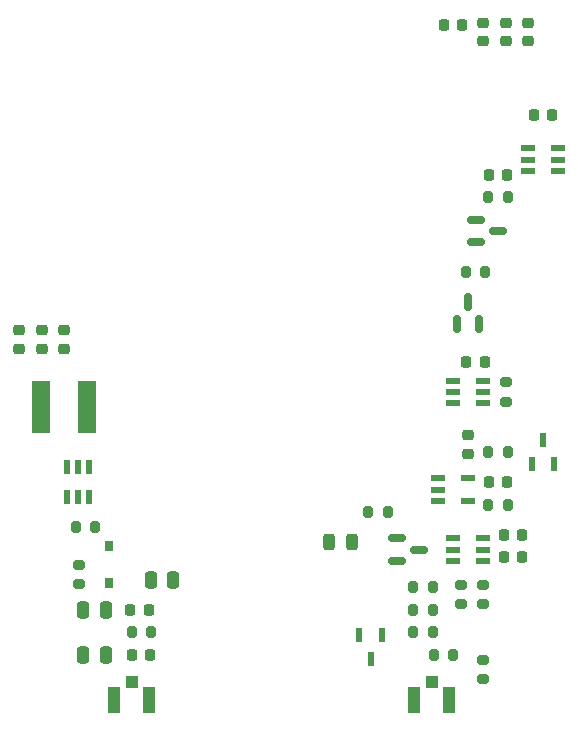
<source format=gbr>
%TF.GenerationSoftware,KiCad,Pcbnew,7.0.2-27-g7a50654f3b*%
%TF.CreationDate,2023-07-25T18:12:13-07:00*%
%TF.ProjectId,open_gamma_low_noise_v2,6f70656e-5f67-4616-9d6d-615f6c6f775f,rev?*%
%TF.SameCoordinates,Original*%
%TF.FileFunction,Paste,Top*%
%TF.FilePolarity,Positive*%
%FSLAX46Y46*%
G04 Gerber Fmt 4.6, Leading zero omitted, Abs format (unit mm)*
G04 Created by KiCad (PCBNEW 7.0.2-27-g7a50654f3b) date 2023-07-25 18:12:13*
%MOMM*%
%LPD*%
G01*
G04 APERTURE LIST*
G04 Aperture macros list*
%AMRoundRect*
0 Rectangle with rounded corners*
0 $1 Rounding radius*
0 $2 $3 $4 $5 $6 $7 $8 $9 X,Y pos of 4 corners*
0 Add a 4 corners polygon primitive as box body*
4,1,4,$2,$3,$4,$5,$6,$7,$8,$9,$2,$3,0*
0 Add four circle primitives for the rounded corners*
1,1,$1+$1,$2,$3*
1,1,$1+$1,$4,$5*
1,1,$1+$1,$6,$7*
1,1,$1+$1,$8,$9*
0 Add four rect primitives between the rounded corners*
20,1,$1+$1,$2,$3,$4,$5,0*
20,1,$1+$1,$4,$5,$6,$7,0*
20,1,$1+$1,$6,$7,$8,$9,0*
20,1,$1+$1,$8,$9,$2,$3,0*%
G04 Aperture macros list end*
%ADD10RoundRect,0.150000X0.150000X-0.587500X0.150000X0.587500X-0.150000X0.587500X-0.150000X-0.587500X0*%
%ADD11R,0.760000X0.820000*%
%ADD12R,1.200000X0.600000*%
%ADD13RoundRect,0.200000X0.200000X0.275000X-0.200000X0.275000X-0.200000X-0.275000X0.200000X-0.275000X0*%
%ADD14RoundRect,0.200000X-0.200000X-0.275000X0.200000X-0.275000X0.200000X0.275000X-0.200000X0.275000X0*%
%ADD15RoundRect,0.225000X0.225000X0.250000X-0.225000X0.250000X-0.225000X-0.250000X0.225000X-0.250000X0*%
%ADD16R,1.550000X4.500000*%
%ADD17RoundRect,0.225000X-0.225000X-0.250000X0.225000X-0.250000X0.225000X0.250000X-0.225000X0.250000X0*%
%ADD18RoundRect,0.200000X0.275000X-0.200000X0.275000X0.200000X-0.275000X0.200000X-0.275000X-0.200000X0*%
%ADD19RoundRect,0.225000X-0.250000X0.225000X-0.250000X-0.225000X0.250000X-0.225000X0.250000X0.225000X0*%
%ADD20RoundRect,0.150000X-0.587500X-0.150000X0.587500X-0.150000X0.587500X0.150000X-0.587500X0.150000X0*%
%ADD21RoundRect,0.243750X-0.243750X-0.456250X0.243750X-0.456250X0.243750X0.456250X-0.243750X0.456250X0*%
%ADD22RoundRect,0.200000X-0.275000X0.200000X-0.275000X-0.200000X0.275000X-0.200000X0.275000X0.200000X0*%
%ADD23RoundRect,0.218750X0.256250X-0.218750X0.256250X0.218750X-0.256250X0.218750X-0.256250X-0.218750X0*%
%ADD24RoundRect,0.218750X-0.218750X-0.256250X0.218750X-0.256250X0.218750X0.256250X-0.218750X0.256250X0*%
%ADD25RoundRect,0.225000X0.250000X-0.225000X0.250000X0.225000X-0.250000X0.225000X-0.250000X-0.225000X0*%
%ADD26RoundRect,0.218750X0.218750X0.256250X-0.218750X0.256250X-0.218750X-0.256250X0.218750X-0.256250X0*%
%ADD27R,0.600000X1.250000*%
%ADD28RoundRect,0.250000X-0.250000X-0.475000X0.250000X-0.475000X0.250000X0.475000X-0.250000X0.475000X0*%
%ADD29R,0.600000X1.200000*%
%ADD30R,0.990600X1.041400*%
%ADD31R,1.041400X2.209800*%
%ADD32RoundRect,0.250000X0.250000X0.475000X-0.250000X0.475000X-0.250000X-0.475000X0.250000X-0.475000X0*%
G04 APERTURE END LIST*
D10*
%TO.C,D2*%
X187645000Y-82520000D03*
X189545000Y-82520000D03*
X188595000Y-80645000D03*
%TD*%
D11*
%TO.C,D1*%
X158230000Y-104470000D03*
X158230000Y-101270000D03*
%TD*%
D12*
%TO.C,U4*%
X193695000Y-67630000D03*
X193695000Y-68580000D03*
X193695000Y-69530000D03*
X196195000Y-69530000D03*
X196195000Y-68580000D03*
X196195000Y-67630000D03*
%TD*%
D13*
%TO.C,R1*%
X191960000Y-71755000D03*
X190310000Y-71755000D03*
%TD*%
D14*
%TO.C,R17*%
X183960000Y-108585000D03*
X185610000Y-108585000D03*
%TD*%
D15*
%TO.C,C4*%
X195720000Y-64770000D03*
X194170000Y-64770000D03*
%TD*%
D16*
%TO.C,L1*%
X156325000Y-89535000D03*
X152475000Y-89535000D03*
%TD*%
D14*
%TO.C,R6*%
X183960000Y-104775000D03*
X185610000Y-104775000D03*
%TD*%
D17*
%TO.C,C3*%
X191630000Y-100330000D03*
X193180000Y-100330000D03*
%TD*%
%TO.C,C6*%
X191630000Y-102235000D03*
X193180000Y-102235000D03*
%TD*%
D14*
%TO.C,R14*%
X190310000Y-97790000D03*
X191960000Y-97790000D03*
%TD*%
D15*
%TO.C,C8*%
X191910000Y-69850000D03*
X190360000Y-69850000D03*
%TD*%
D14*
%TO.C,R15*%
X183960000Y-106680000D03*
X185610000Y-106680000D03*
%TD*%
D17*
%TO.C,C2*%
X160135000Y-110490000D03*
X161685000Y-110490000D03*
%TD*%
D18*
%TO.C,R9*%
X155690000Y-104520000D03*
X155690000Y-102870000D03*
%TD*%
D19*
%TO.C,C14*%
X189865000Y-57010000D03*
X189865000Y-58560000D03*
%TD*%
D12*
%TO.C,U8*%
X187345000Y-100650000D03*
X187345000Y-101600000D03*
X187345000Y-102550000D03*
X189845000Y-102550000D03*
X189845000Y-101600000D03*
X189845000Y-100650000D03*
%TD*%
D20*
%TO.C,D3*%
X182577500Y-100650000D03*
X182577500Y-102550000D03*
X184452500Y-101600000D03*
%TD*%
D21*
%TO.C,ACT1*%
X176862500Y-100965000D03*
X178737500Y-100965000D03*
%TD*%
D22*
%TO.C,R11*%
X189865000Y-104585000D03*
X189865000Y-106235000D03*
%TD*%
D17*
%TO.C,C7*%
X190360000Y-95885000D03*
X191910000Y-95885000D03*
%TD*%
D23*
%TO.C,L2*%
X152515000Y-84607500D03*
X152515000Y-83032500D03*
%TD*%
D20*
%TO.C,Q1*%
X189230000Y-73665000D03*
X189230000Y-75565000D03*
X191105000Y-74615000D03*
%TD*%
D15*
%TO.C,C10*%
X190005000Y-85725000D03*
X188455000Y-85725000D03*
%TD*%
D14*
%TO.C,R12*%
X190310000Y-93345000D03*
X191960000Y-93345000D03*
%TD*%
D24*
%TO.C,L3*%
X186537500Y-57150000D03*
X188112500Y-57150000D03*
%TD*%
D25*
%TO.C,C9*%
X188595000Y-93485000D03*
X188595000Y-91935000D03*
%TD*%
D26*
%TO.C,L4*%
X161557500Y-106680000D03*
X159982500Y-106680000D03*
%TD*%
D19*
%TO.C,C11*%
X191770000Y-57010000D03*
X191770000Y-58560000D03*
%TD*%
D27*
%TO.C,U6*%
X193995000Y-94395000D03*
X195895000Y-94395000D03*
X194945000Y-92295000D03*
%TD*%
D28*
%TO.C,C5*%
X161725000Y-104140000D03*
X163625000Y-104140000D03*
%TD*%
D29*
%TO.C,U5*%
X154625000Y-97135000D03*
X155575000Y-97135000D03*
X156525000Y-97135000D03*
X156525000Y-94635000D03*
X155575000Y-94635000D03*
X154625000Y-94635000D03*
%TD*%
D22*
%TO.C,R10*%
X191770000Y-87440000D03*
X191770000Y-89090000D03*
%TD*%
D13*
%TO.C,R13*%
X157035000Y-99695000D03*
X155385000Y-99695000D03*
%TD*%
D30*
%TO.C,J1*%
X160135000Y-112779200D03*
D31*
X161614300Y-114300000D03*
X158655700Y-114300000D03*
%TD*%
D18*
%TO.C,R16*%
X189865000Y-112585000D03*
X189865000Y-110935000D03*
%TD*%
D13*
%TO.C,R19*%
X161785000Y-108585000D03*
X160135000Y-108585000D03*
%TD*%
D14*
%TO.C,R3*%
X188405000Y-78105000D03*
X190055000Y-78105000D03*
%TD*%
D13*
%TO.C,R5*%
X181800000Y-98425000D03*
X180150000Y-98425000D03*
%TD*%
D19*
%TO.C,C13*%
X154420000Y-83045000D03*
X154420000Y-84595000D03*
%TD*%
D32*
%TO.C,C1*%
X157910000Y-110490000D03*
X156010000Y-110490000D03*
%TD*%
D25*
%TO.C,C15*%
X150610000Y-84595000D03*
X150610000Y-83045000D03*
%TD*%
D18*
%TO.C,R7*%
X187960000Y-106235000D03*
X187960000Y-104585000D03*
%TD*%
D12*
%TO.C,U1*%
X186075000Y-95570000D03*
X186075000Y-96520000D03*
X186075000Y-97470000D03*
X188575000Y-97470000D03*
X188575000Y-95570000D03*
%TD*%
D27*
%TO.C,U2*%
X181290000Y-108805000D03*
X179390000Y-108805000D03*
X180340000Y-110905000D03*
%TD*%
D14*
%TO.C,R4*%
X185675000Y-110490000D03*
X187325000Y-110490000D03*
%TD*%
D32*
%TO.C,C16*%
X157910000Y-106680000D03*
X156010000Y-106680000D03*
%TD*%
D12*
%TO.C,U7*%
X187345000Y-87315000D03*
X187345000Y-88265000D03*
X187345000Y-89215000D03*
X189845000Y-89215000D03*
X189845000Y-88265000D03*
X189845000Y-87315000D03*
%TD*%
D19*
%TO.C,C12*%
X193675000Y-57010000D03*
X193675000Y-58560000D03*
%TD*%
D30*
%TO.C,J2*%
X185535000Y-112779200D03*
D31*
X187014300Y-114300000D03*
X184055700Y-114300000D03*
%TD*%
M02*

</source>
